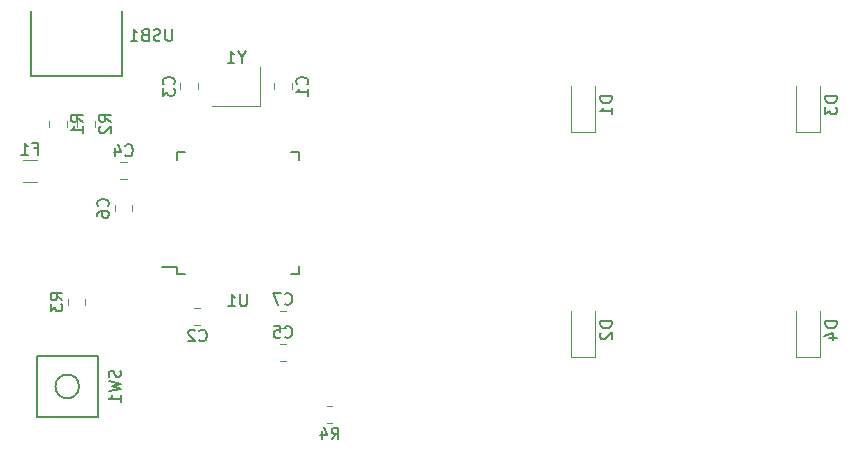
<source format=gbo>
%TF.GenerationSoftware,KiCad,Pcbnew,(5.1.10)-1*%
%TF.CreationDate,2022-03-03T22:12:33-05:00*%
%TF.ProjectId,DIY_Keyboard_PCB,4449595f-4b65-4796-926f-6172645f5043,rev?*%
%TF.SameCoordinates,Original*%
%TF.FileFunction,Legend,Bot*%
%TF.FilePolarity,Positive*%
%FSLAX46Y46*%
G04 Gerber Fmt 4.6, Leading zero omitted, Abs format (unit mm)*
G04 Created by KiCad (PCBNEW (5.1.10)-1) date 2022-03-03 22:12:33*
%MOMM*%
%LPD*%
G01*
G04 APERTURE LIST*
%ADD10C,0.150000*%
%ADD11C,0.120000*%
G04 APERTURE END LIST*
D10*
%TO.C,USB1*%
X77112500Y-138006250D02*
X84812500Y-138006250D01*
X84812500Y-132556250D02*
X84812500Y-138006250D01*
X77112500Y-132556250D02*
X77112500Y-138006250D01*
D11*
%TO.C,Y1*%
X96456250Y-137256250D02*
X96456250Y-140556250D01*
X96456250Y-140556250D02*
X92456250Y-140556250D01*
D10*
%TO.C,U1*%
X89440000Y-154781000D02*
X89440000Y-154206000D01*
X99790000Y-154781000D02*
X99790000Y-154106000D01*
X99790000Y-144431000D02*
X99790000Y-145106000D01*
X89440000Y-144431000D02*
X89440000Y-145106000D01*
X89440000Y-154781000D02*
X90115000Y-154781000D01*
X89440000Y-144431000D02*
X90115000Y-144431000D01*
X99790000Y-144431000D02*
X99115000Y-144431000D01*
X99790000Y-154781000D02*
X99115000Y-154781000D01*
X89440000Y-154206000D02*
X88165000Y-154206000D01*
%TO.C,SW1*%
X81168750Y-164306250D02*
G75*
G03*
X81168750Y-164306250I-1000000J0D01*
G01*
X82768750Y-161706250D02*
X77568750Y-161706250D01*
X82768750Y-166906250D02*
X82768750Y-161706250D01*
X77568750Y-166906250D02*
X82768750Y-166906250D01*
X77568750Y-161706250D02*
X77568750Y-166906250D01*
D11*
%TO.C,R4*%
X102166686Y-167422500D02*
X102620814Y-167422500D01*
X102166686Y-165952500D02*
X102620814Y-165952500D01*
%TO.C,R3*%
X80227500Y-156935436D02*
X80227500Y-157389564D01*
X81697500Y-156935436D02*
X81697500Y-157389564D01*
%TO.C,R2*%
X82491250Y-142308314D02*
X82491250Y-141854186D01*
X81021250Y-142308314D02*
X81021250Y-141854186D01*
%TO.C,R1*%
X80110000Y-142308314D02*
X80110000Y-141854186D01*
X78640000Y-142308314D02*
X78640000Y-141854186D01*
%TO.C,F1*%
X77595814Y-145140000D02*
X76391686Y-145140000D01*
X77595814Y-146960000D02*
X76391686Y-146960000D01*
%TO.C,D4*%
X143875000Y-161793750D02*
X141875000Y-161793750D01*
X141875000Y-161793750D02*
X141875000Y-157893750D01*
X143875000Y-161793750D02*
X143875000Y-157893750D01*
%TO.C,D3*%
X143875000Y-142743750D02*
X141875000Y-142743750D01*
X141875000Y-142743750D02*
X141875000Y-138843750D01*
X143875000Y-142743750D02*
X143875000Y-138843750D01*
%TO.C,D2*%
X124825000Y-161793750D02*
X122825000Y-161793750D01*
X122825000Y-161793750D02*
X122825000Y-157893750D01*
X124825000Y-161793750D02*
X124825000Y-157893750D01*
%TO.C,D1*%
X124825000Y-142743750D02*
X122825000Y-142743750D01*
X122825000Y-142743750D02*
X122825000Y-138843750D01*
X124825000Y-142743750D02*
X124825000Y-138843750D01*
%TO.C,C7*%
X98686252Y-157888000D02*
X98163748Y-157888000D01*
X98686252Y-159358000D02*
X98163748Y-159358000D01*
%TO.C,C6*%
X84196250Y-148963748D02*
X84196250Y-149486252D01*
X85666250Y-148963748D02*
X85666250Y-149486252D01*
%TO.C,C5*%
X98686252Y-160682000D02*
X98163748Y-160682000D01*
X98686252Y-162152000D02*
X98163748Y-162152000D01*
%TO.C,C4*%
X85192502Y-145315000D02*
X84669998Y-145315000D01*
X85192502Y-146785000D02*
X84669998Y-146785000D01*
%TO.C,C3*%
X89752500Y-138644998D02*
X89752500Y-139167502D01*
X91222500Y-138644998D02*
X91222500Y-139167502D01*
%TO.C,C2*%
X90924748Y-159104000D02*
X91447252Y-159104000D01*
X90924748Y-157634000D02*
X91447252Y-157634000D01*
%TO.C,C1*%
X99160000Y-139167502D02*
X99160000Y-138644998D01*
X97690000Y-139167502D02*
X97690000Y-138644998D01*
%TO.C,USB1*%
D10*
X89050595Y-134040630D02*
X89050595Y-134850154D01*
X89002976Y-134945392D01*
X88955357Y-134993011D01*
X88860119Y-135040630D01*
X88669642Y-135040630D01*
X88574404Y-134993011D01*
X88526785Y-134945392D01*
X88479166Y-134850154D01*
X88479166Y-134040630D01*
X88050595Y-134993011D02*
X87907738Y-135040630D01*
X87669642Y-135040630D01*
X87574404Y-134993011D01*
X87526785Y-134945392D01*
X87479166Y-134850154D01*
X87479166Y-134754916D01*
X87526785Y-134659678D01*
X87574404Y-134612059D01*
X87669642Y-134564440D01*
X87860119Y-134516821D01*
X87955357Y-134469202D01*
X88002976Y-134421583D01*
X88050595Y-134326345D01*
X88050595Y-134231107D01*
X88002976Y-134135869D01*
X87955357Y-134088250D01*
X87860119Y-134040630D01*
X87622023Y-134040630D01*
X87479166Y-134088250D01*
X86717261Y-134516821D02*
X86574404Y-134564440D01*
X86526785Y-134612059D01*
X86479166Y-134707297D01*
X86479166Y-134850154D01*
X86526785Y-134945392D01*
X86574404Y-134993011D01*
X86669642Y-135040630D01*
X87050595Y-135040630D01*
X87050595Y-134040630D01*
X86717261Y-134040630D01*
X86622023Y-134088250D01*
X86574404Y-134135869D01*
X86526785Y-134231107D01*
X86526785Y-134326345D01*
X86574404Y-134421583D01*
X86622023Y-134469202D01*
X86717261Y-134516821D01*
X87050595Y-134516821D01*
X85526785Y-135040630D02*
X86098214Y-135040630D01*
X85812500Y-135040630D02*
X85812500Y-134040630D01*
X85907738Y-134183488D01*
X86002976Y-134278726D01*
X86098214Y-134326345D01*
%TO.C,Y1*%
X94932440Y-136432440D02*
X94932440Y-136908630D01*
X95265773Y-135908630D02*
X94932440Y-136432440D01*
X94599107Y-135908630D01*
X93741964Y-136908630D02*
X94313392Y-136908630D01*
X94027678Y-136908630D02*
X94027678Y-135908630D01*
X94122916Y-136051488D01*
X94218154Y-136146726D01*
X94313392Y-136194345D01*
%TO.C,U1*%
X95376904Y-156508380D02*
X95376904Y-157317904D01*
X95329285Y-157413142D01*
X95281666Y-157460761D01*
X95186428Y-157508380D01*
X94995952Y-157508380D01*
X94900714Y-157460761D01*
X94853095Y-157413142D01*
X94805476Y-157317904D01*
X94805476Y-156508380D01*
X93805476Y-157508380D02*
X94376904Y-157508380D01*
X94091190Y-157508380D02*
X94091190Y-156508380D01*
X94186428Y-156651238D01*
X94281666Y-156746476D01*
X94376904Y-156794095D01*
%TO.C,SW1*%
X84637511Y-162972916D02*
X84685130Y-163115773D01*
X84685130Y-163353869D01*
X84637511Y-163449107D01*
X84589892Y-163496726D01*
X84494654Y-163544345D01*
X84399416Y-163544345D01*
X84304178Y-163496726D01*
X84256559Y-163449107D01*
X84208940Y-163353869D01*
X84161321Y-163163392D01*
X84113702Y-163068154D01*
X84066083Y-163020535D01*
X83970845Y-162972916D01*
X83875607Y-162972916D01*
X83780369Y-163020535D01*
X83732750Y-163068154D01*
X83685130Y-163163392D01*
X83685130Y-163401488D01*
X83732750Y-163544345D01*
X83685130Y-163877678D02*
X84685130Y-164115773D01*
X83970845Y-164306250D01*
X84685130Y-164496726D01*
X83685130Y-164734821D01*
X84685130Y-165639583D02*
X84685130Y-165068154D01*
X84685130Y-165353869D02*
X83685130Y-165353869D01*
X83827988Y-165258630D01*
X83923226Y-165163392D01*
X83970845Y-165068154D01*
%TO.C,R4*%
X102560416Y-168789880D02*
X102893750Y-168313690D01*
X103131845Y-168789880D02*
X103131845Y-167789880D01*
X102750892Y-167789880D01*
X102655654Y-167837500D01*
X102608035Y-167885119D01*
X102560416Y-167980357D01*
X102560416Y-168123214D01*
X102608035Y-168218452D01*
X102655654Y-168266071D01*
X102750892Y-168313690D01*
X103131845Y-168313690D01*
X101703273Y-168123214D02*
X101703273Y-168789880D01*
X101941369Y-167742261D02*
X102179464Y-168456547D01*
X101560416Y-168456547D01*
%TO.C,R3*%
X79764880Y-156995833D02*
X79288690Y-156662500D01*
X79764880Y-156424404D02*
X78764880Y-156424404D01*
X78764880Y-156805357D01*
X78812500Y-156900595D01*
X78860119Y-156948214D01*
X78955357Y-156995833D01*
X79098214Y-156995833D01*
X79193452Y-156948214D01*
X79241071Y-156900595D01*
X79288690Y-156805357D01*
X79288690Y-156424404D01*
X78764880Y-157329166D02*
X78764880Y-157948214D01*
X79145833Y-157614880D01*
X79145833Y-157757738D01*
X79193452Y-157852976D01*
X79241071Y-157900595D01*
X79336309Y-157948214D01*
X79574404Y-157948214D01*
X79669642Y-157900595D01*
X79717261Y-157852976D01*
X79764880Y-157757738D01*
X79764880Y-157472023D01*
X79717261Y-157376785D01*
X79669642Y-157329166D01*
%TO.C,R2*%
X83858630Y-141914583D02*
X83382440Y-141581250D01*
X83858630Y-141343154D02*
X82858630Y-141343154D01*
X82858630Y-141724107D01*
X82906250Y-141819345D01*
X82953869Y-141866964D01*
X83049107Y-141914583D01*
X83191964Y-141914583D01*
X83287202Y-141866964D01*
X83334821Y-141819345D01*
X83382440Y-141724107D01*
X83382440Y-141343154D01*
X82953869Y-142295535D02*
X82906250Y-142343154D01*
X82858630Y-142438392D01*
X82858630Y-142676488D01*
X82906250Y-142771726D01*
X82953869Y-142819345D01*
X83049107Y-142866964D01*
X83144345Y-142866964D01*
X83287202Y-142819345D01*
X83858630Y-142247916D01*
X83858630Y-142866964D01*
%TO.C,R1*%
X81477380Y-141914583D02*
X81001190Y-141581250D01*
X81477380Y-141343154D02*
X80477380Y-141343154D01*
X80477380Y-141724107D01*
X80525000Y-141819345D01*
X80572619Y-141866964D01*
X80667857Y-141914583D01*
X80810714Y-141914583D01*
X80905952Y-141866964D01*
X80953571Y-141819345D01*
X81001190Y-141724107D01*
X81001190Y-141343154D01*
X81477380Y-142866964D02*
X81477380Y-142295535D01*
X81477380Y-142581250D02*
X80477380Y-142581250D01*
X80620238Y-142486011D01*
X80715476Y-142390773D01*
X80763095Y-142295535D01*
%TO.C,F1*%
X77327083Y-144158571D02*
X77660416Y-144158571D01*
X77660416Y-144682380D02*
X77660416Y-143682380D01*
X77184226Y-143682380D01*
X76279464Y-144682380D02*
X76850892Y-144682380D01*
X76565178Y-144682380D02*
X76565178Y-143682380D01*
X76660416Y-143825238D01*
X76755654Y-143920476D01*
X76850892Y-143968095D01*
%TO.C,D4*%
X145327380Y-158805654D02*
X144327380Y-158805654D01*
X144327380Y-159043750D01*
X144375000Y-159186607D01*
X144470238Y-159281845D01*
X144565476Y-159329464D01*
X144755952Y-159377083D01*
X144898809Y-159377083D01*
X145089285Y-159329464D01*
X145184523Y-159281845D01*
X145279761Y-159186607D01*
X145327380Y-159043750D01*
X145327380Y-158805654D01*
X144660714Y-160234226D02*
X145327380Y-160234226D01*
X144279761Y-159996130D02*
X144994047Y-159758035D01*
X144994047Y-160377083D01*
%TO.C,D3*%
X145327380Y-139755654D02*
X144327380Y-139755654D01*
X144327380Y-139993750D01*
X144375000Y-140136607D01*
X144470238Y-140231845D01*
X144565476Y-140279464D01*
X144755952Y-140327083D01*
X144898809Y-140327083D01*
X145089285Y-140279464D01*
X145184523Y-140231845D01*
X145279761Y-140136607D01*
X145327380Y-139993750D01*
X145327380Y-139755654D01*
X144327380Y-140660416D02*
X144327380Y-141279464D01*
X144708333Y-140946130D01*
X144708333Y-141088988D01*
X144755952Y-141184226D01*
X144803571Y-141231845D01*
X144898809Y-141279464D01*
X145136904Y-141279464D01*
X145232142Y-141231845D01*
X145279761Y-141184226D01*
X145327380Y-141088988D01*
X145327380Y-140803273D01*
X145279761Y-140708035D01*
X145232142Y-140660416D01*
%TO.C,D2*%
X126277380Y-158805654D02*
X125277380Y-158805654D01*
X125277380Y-159043750D01*
X125325000Y-159186607D01*
X125420238Y-159281845D01*
X125515476Y-159329464D01*
X125705952Y-159377083D01*
X125848809Y-159377083D01*
X126039285Y-159329464D01*
X126134523Y-159281845D01*
X126229761Y-159186607D01*
X126277380Y-159043750D01*
X126277380Y-158805654D01*
X125372619Y-159758035D02*
X125325000Y-159805654D01*
X125277380Y-159900892D01*
X125277380Y-160138988D01*
X125325000Y-160234226D01*
X125372619Y-160281845D01*
X125467857Y-160329464D01*
X125563095Y-160329464D01*
X125705952Y-160281845D01*
X126277380Y-159710416D01*
X126277380Y-160329464D01*
%TO.C,D1*%
X126277380Y-139755654D02*
X125277380Y-139755654D01*
X125277380Y-139993750D01*
X125325000Y-140136607D01*
X125420238Y-140231845D01*
X125515476Y-140279464D01*
X125705952Y-140327083D01*
X125848809Y-140327083D01*
X126039285Y-140279464D01*
X126134523Y-140231845D01*
X126229761Y-140136607D01*
X126277380Y-139993750D01*
X126277380Y-139755654D01*
X126277380Y-141279464D02*
X126277380Y-140708035D01*
X126277380Y-140993750D02*
X125277380Y-140993750D01*
X125420238Y-140898511D01*
X125515476Y-140803273D01*
X125563095Y-140708035D01*
%TO.C,C7*%
X98591666Y-157300142D02*
X98639285Y-157347761D01*
X98782142Y-157395380D01*
X98877380Y-157395380D01*
X99020238Y-157347761D01*
X99115476Y-157252523D01*
X99163095Y-157157285D01*
X99210714Y-156966809D01*
X99210714Y-156823952D01*
X99163095Y-156633476D01*
X99115476Y-156538238D01*
X99020238Y-156443000D01*
X98877380Y-156395380D01*
X98782142Y-156395380D01*
X98639285Y-156443000D01*
X98591666Y-156490619D01*
X98258333Y-156395380D02*
X97591666Y-156395380D01*
X98020238Y-157395380D01*
%TO.C,C6*%
X83608392Y-149058333D02*
X83656011Y-149010714D01*
X83703630Y-148867857D01*
X83703630Y-148772619D01*
X83656011Y-148629761D01*
X83560773Y-148534523D01*
X83465535Y-148486904D01*
X83275059Y-148439285D01*
X83132202Y-148439285D01*
X82941726Y-148486904D01*
X82846488Y-148534523D01*
X82751250Y-148629761D01*
X82703630Y-148772619D01*
X82703630Y-148867857D01*
X82751250Y-149010714D01*
X82798869Y-149058333D01*
X82703630Y-149915476D02*
X82703630Y-149725000D01*
X82751250Y-149629761D01*
X82798869Y-149582142D01*
X82941726Y-149486904D01*
X83132202Y-149439285D01*
X83513154Y-149439285D01*
X83608392Y-149486904D01*
X83656011Y-149534523D01*
X83703630Y-149629761D01*
X83703630Y-149820238D01*
X83656011Y-149915476D01*
X83608392Y-149963095D01*
X83513154Y-150010714D01*
X83275059Y-150010714D01*
X83179821Y-149963095D01*
X83132202Y-149915476D01*
X83084583Y-149820238D01*
X83084583Y-149629761D01*
X83132202Y-149534523D01*
X83179821Y-149486904D01*
X83275059Y-149439285D01*
%TO.C,C5*%
X98591666Y-160094142D02*
X98639285Y-160141761D01*
X98782142Y-160189380D01*
X98877380Y-160189380D01*
X99020238Y-160141761D01*
X99115476Y-160046523D01*
X99163095Y-159951285D01*
X99210714Y-159760809D01*
X99210714Y-159617952D01*
X99163095Y-159427476D01*
X99115476Y-159332238D01*
X99020238Y-159237000D01*
X98877380Y-159189380D01*
X98782142Y-159189380D01*
X98639285Y-159237000D01*
X98591666Y-159284619D01*
X97686904Y-159189380D02*
X98163095Y-159189380D01*
X98210714Y-159665571D01*
X98163095Y-159617952D01*
X98067857Y-159570333D01*
X97829761Y-159570333D01*
X97734523Y-159617952D01*
X97686904Y-159665571D01*
X97639285Y-159760809D01*
X97639285Y-159998904D01*
X97686904Y-160094142D01*
X97734523Y-160141761D01*
X97829761Y-160189380D01*
X98067857Y-160189380D01*
X98163095Y-160141761D01*
X98210714Y-160094142D01*
%TO.C,C4*%
X85097916Y-144727142D02*
X85145535Y-144774761D01*
X85288392Y-144822380D01*
X85383630Y-144822380D01*
X85526488Y-144774761D01*
X85621726Y-144679523D01*
X85669345Y-144584285D01*
X85716964Y-144393809D01*
X85716964Y-144250952D01*
X85669345Y-144060476D01*
X85621726Y-143965238D01*
X85526488Y-143870000D01*
X85383630Y-143822380D01*
X85288392Y-143822380D01*
X85145535Y-143870000D01*
X85097916Y-143917619D01*
X84240773Y-144155714D02*
X84240773Y-144822380D01*
X84478869Y-143774761D02*
X84716964Y-144489047D01*
X84097916Y-144489047D01*
%TO.C,C3*%
X89164642Y-138739583D02*
X89212261Y-138691964D01*
X89259880Y-138549107D01*
X89259880Y-138453869D01*
X89212261Y-138311011D01*
X89117023Y-138215773D01*
X89021785Y-138168154D01*
X88831309Y-138120535D01*
X88688452Y-138120535D01*
X88497976Y-138168154D01*
X88402738Y-138215773D01*
X88307500Y-138311011D01*
X88259880Y-138453869D01*
X88259880Y-138549107D01*
X88307500Y-138691964D01*
X88355119Y-138739583D01*
X88259880Y-139072916D02*
X88259880Y-139691964D01*
X88640833Y-139358630D01*
X88640833Y-139501488D01*
X88688452Y-139596726D01*
X88736071Y-139644345D01*
X88831309Y-139691964D01*
X89069404Y-139691964D01*
X89164642Y-139644345D01*
X89212261Y-139596726D01*
X89259880Y-139501488D01*
X89259880Y-139215773D01*
X89212261Y-139120535D01*
X89164642Y-139072916D01*
%TO.C,C2*%
X91352666Y-160406142D02*
X91400285Y-160453761D01*
X91543142Y-160501380D01*
X91638380Y-160501380D01*
X91781238Y-160453761D01*
X91876476Y-160358523D01*
X91924095Y-160263285D01*
X91971714Y-160072809D01*
X91971714Y-159929952D01*
X91924095Y-159739476D01*
X91876476Y-159644238D01*
X91781238Y-159549000D01*
X91638380Y-159501380D01*
X91543142Y-159501380D01*
X91400285Y-159549000D01*
X91352666Y-159596619D01*
X90971714Y-159596619D02*
X90924095Y-159549000D01*
X90828857Y-159501380D01*
X90590761Y-159501380D01*
X90495523Y-159549000D01*
X90447904Y-159596619D01*
X90400285Y-159691857D01*
X90400285Y-159787095D01*
X90447904Y-159929952D01*
X91019333Y-160501380D01*
X90400285Y-160501380D01*
%TO.C,C1*%
X100462142Y-138739583D02*
X100509761Y-138691964D01*
X100557380Y-138549107D01*
X100557380Y-138453869D01*
X100509761Y-138311011D01*
X100414523Y-138215773D01*
X100319285Y-138168154D01*
X100128809Y-138120535D01*
X99985952Y-138120535D01*
X99795476Y-138168154D01*
X99700238Y-138215773D01*
X99605000Y-138311011D01*
X99557380Y-138453869D01*
X99557380Y-138549107D01*
X99605000Y-138691964D01*
X99652619Y-138739583D01*
X100557380Y-139691964D02*
X100557380Y-139120535D01*
X100557380Y-139406250D02*
X99557380Y-139406250D01*
X99700238Y-139311011D01*
X99795476Y-139215773D01*
X99843095Y-139120535D01*
%TD*%
M02*

</source>
